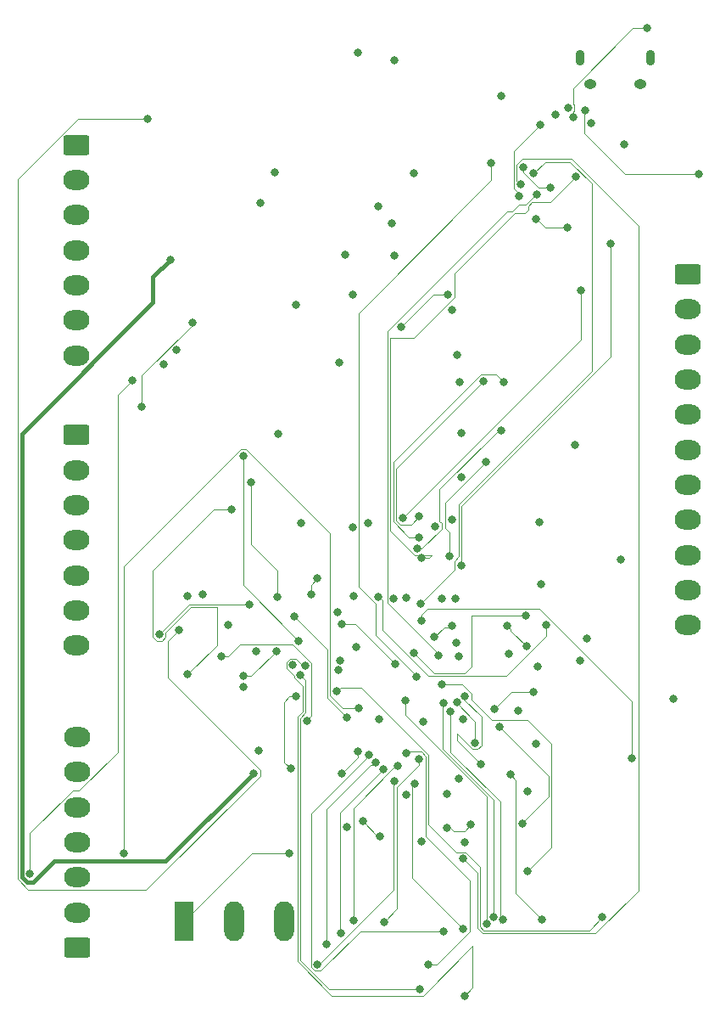
<source format=gbr>
%TF.GenerationSoftware,KiCad,Pcbnew,7.0.10*%
%TF.CreationDate,2024-02-23T13:31:41+03:00*%
%TF.ProjectId,Artorg_Board,4172746f-7267-45f4-926f-6172642e6b69,rev?*%
%TF.SameCoordinates,Original*%
%TF.FileFunction,Copper,L4,Bot*%
%TF.FilePolarity,Positive*%
%FSLAX46Y46*%
G04 Gerber Fmt 4.6, Leading zero omitted, Abs format (unit mm)*
G04 Created by KiCad (PCBNEW 7.0.10) date 2024-02-23 13:31:41*
%MOMM*%
%LPD*%
G01*
G04 APERTURE LIST*
G04 Aperture macros list*
%AMRoundRect*
0 Rectangle with rounded corners*
0 $1 Rounding radius*
0 $2 $3 $4 $5 $6 $7 $8 $9 X,Y pos of 4 corners*
0 Add a 4 corners polygon primitive as box body*
4,1,4,$2,$3,$4,$5,$6,$7,$8,$9,$2,$3,0*
0 Add four circle primitives for the rounded corners*
1,1,$1+$1,$2,$3*
1,1,$1+$1,$4,$5*
1,1,$1+$1,$6,$7*
1,1,$1+$1,$8,$9*
0 Add four rect primitives between the rounded corners*
20,1,$1+$1,$2,$3,$4,$5,0*
20,1,$1+$1,$4,$5,$6,$7,0*
20,1,$1+$1,$6,$7,$8,$9,0*
20,1,$1+$1,$8,$9,$2,$3,0*%
G04 Aperture macros list end*
%TA.AperFunction,ComponentPad*%
%ADD10R,1.980000X3.960000*%
%TD*%
%TA.AperFunction,ComponentPad*%
%ADD11O,1.980000X3.960000*%
%TD*%
%TA.AperFunction,ComponentPad*%
%ADD12RoundRect,0.250000X-1.050000X0.750000X-1.050000X-0.750000X1.050000X-0.750000X1.050000X0.750000X0*%
%TD*%
%TA.AperFunction,ComponentPad*%
%ADD13O,2.600000X2.000000*%
%TD*%
%TA.AperFunction,ComponentPad*%
%ADD14RoundRect,0.250000X1.050000X-0.750000X1.050000X0.750000X-1.050000X0.750000X-1.050000X-0.750000X0*%
%TD*%
%TA.AperFunction,ComponentPad*%
%ADD15O,0.890000X1.550000*%
%TD*%
%TA.AperFunction,ComponentPad*%
%ADD16O,1.250000X0.950000*%
%TD*%
%TA.AperFunction,ViaPad*%
%ADD17C,0.800000*%
%TD*%
%TA.AperFunction,Conductor*%
%ADD18C,0.100000*%
%TD*%
%TA.AperFunction,Conductor*%
%ADD19C,0.090000*%
%TD*%
%TA.AperFunction,Conductor*%
%ADD20C,0.400000*%
%TD*%
G04 APERTURE END LIST*
D10*
%TO.P,J6,1,Pin_1*%
%TO.N,Net-(J6-Pin_1)*%
X156528400Y-129296000D03*
D11*
%TO.P,J6,2,Pin_2*%
%TO.N,TACH0*%
X161528400Y-129296000D03*
%TO.P,J6,3,Pin_3*%
%TO.N,GND*%
X166528400Y-129296000D03*
%TD*%
D12*
%TO.P,J5,1,Pin_1*%
%TO.N,Net-(J5-Pin_1)*%
X145745200Y-80803200D03*
D13*
%TO.P,J5,2,Pin_2*%
%TO.N,Net-(J5-Pin_2)*%
X145745200Y-84303200D03*
%TO.P,J5,3,Pin_3*%
%TO.N,Net-(J5-Pin_3)*%
X145745200Y-87803200D03*
%TO.P,J5,4,Pin_4*%
%TO.N,Net-(J5-Pin_4)*%
X145745200Y-91303200D03*
%TO.P,J5,5,Pin_5*%
%TO.N,Net-(J5-Pin_5)*%
X145745200Y-94803200D03*
%TO.P,J5,6,Pin_6*%
%TO.N,VCC*%
X145745200Y-98303200D03*
%TO.P,J5,7,Pin_7*%
%TO.N,SHD_CS1*%
X145745200Y-101803200D03*
%TD*%
D12*
%TO.P,J4,1,Pin_1*%
%TO.N,Net-(J4-Pin_1)*%
X145796000Y-51882400D03*
D13*
%TO.P,J4,2,Pin_2*%
%TO.N,Net-(J4-Pin_2)*%
X145796000Y-55382400D03*
%TO.P,J4,3,Pin_3*%
%TO.N,Net-(J4-Pin_3)*%
X145796000Y-58882400D03*
%TO.P,J4,4,Pin_4*%
%TO.N,Net-(J4-Pin_4)*%
X145796000Y-62382400D03*
%TO.P,J4,5,Pin_5*%
%TO.N,Net-(J4-Pin_5)*%
X145796000Y-65882400D03*
%TO.P,J4,6,Pin_6*%
%TO.N,VCC*%
X145796000Y-69382400D03*
%TO.P,J4,7,Pin_7*%
%TO.N,Net-(IC1-GPIO123{slash}SHD_CS0#[BSS_STRAP])*%
X145796000Y-72882400D03*
%TD*%
D14*
%TO.P,J3,1,Pin_1*%
%TO.N,RST*%
X145821400Y-131921800D03*
D13*
%TO.P,J3,2,Pin_2*%
%TO.N,Net-(IC1-GPIO123{slash}SHD_CS0#[BSS_STRAP])*%
X145821400Y-128421800D03*
%TO.P,J3,3,Pin_3*%
%TO.N,Net-(J3-Pin_3)*%
X145821400Y-124921800D03*
%TO.P,J3,4,Pin_4*%
%TO.N,Net-(J3-Pin_4)*%
X145821400Y-121421800D03*
%TO.P,J3,5,Pin_5*%
%TO.N,Net-(J3-Pin_5)*%
X145821400Y-117921800D03*
%TO.P,J3,6,Pin_6*%
%TO.N,Net-(J3-Pin_6)*%
X145821400Y-114421800D03*
%TO.P,J3,7,Pin_7*%
%TO.N,Net-(J3-Pin_7)*%
X145821400Y-110921800D03*
%TD*%
D12*
%TO.P,J2,1,Pin_1*%
%TO.N,ADC_V0*%
X206781400Y-64771200D03*
D13*
%TO.P,J2,2,Pin_2*%
%TO.N,ADC_V1*%
X206781400Y-68271200D03*
%TO.P,J2,3,Pin_3*%
%TO.N,ADC0_3*%
X206781400Y-71771200D03*
%TO.P,J2,4,Pin_4*%
%TO.N,ADC_V3*%
X206781400Y-75271200D03*
%TO.P,J2,5,Pin_5*%
%TO.N,ADC_V4*%
X206781400Y-78771200D03*
%TO.P,J2,6,Pin_6*%
%TO.N,GP1O007*%
X206781400Y-82271200D03*
%TO.P,J2,7,Pin_7*%
X206781400Y-85771200D03*
%TO.P,J2,8,Pin_8*%
X206781400Y-89271200D03*
%TO.P,J2,9,Pin_9*%
X206781400Y-92771200D03*
%TO.P,J2,10,Pin_10*%
X206781400Y-96271200D03*
%TO.P,J2,11,Pin_11*%
X206781400Y-99771200D03*
%TD*%
D15*
%TO.P,J1,6,Shield*%
%TO.N,GND*%
X203077200Y-43154600D03*
D16*
X202077200Y-45854600D03*
D15*
X196077200Y-43154600D03*
D16*
X197077200Y-45854600D03*
%TD*%
D17*
%TO.N,Net-(IC1-GPIO104{slash}LED2)*%
X187467400Y-108153200D03*
X191414400Y-106476800D03*
%TO.N,Net-(J6-Pin_1)*%
X182727600Y-120007209D03*
X176072800Y-120802400D03*
%TO.N,Net-(IC1-GPIO157{slash}LED0{slash}TST_CLK_OUT)*%
X169189400Y-96697800D03*
X169849800Y-95072200D03*
%TO.N,Net-(J6-Pin_1)*%
X174371000Y-119329200D03*
X166979600Y-122529600D03*
X185166000Y-119659400D03*
%TO.N,Net-(IC1-GPIO144{slash}KSI1{slash}DCD#)*%
X193114900Y-56134000D03*
%TO.N,Net-(IC1-GPIO143{slash}KSI0{slash}DTR#)*%
X191693800Y-59309000D03*
%TO.N,Net-(IC1-GPIO144{slash}KSI1{slash}DCD#)*%
X186664600Y-83489800D03*
X183046216Y-92901616D03*
%TO.N,GND*%
X179451000Y-54686200D03*
%TO.N,Net-(R17-Pad2)*%
X157327600Y-69570600D03*
X152323800Y-78003400D03*
%TO.N,Net-(R13-Pad2)*%
X161264600Y-88265000D03*
X156895800Y-104698800D03*
%TO.N,Net-(R14-Pad2)*%
X152908000Y-49250600D03*
X156006800Y-100228400D03*
%TO.N,Net-(R16-Pad2)*%
X155168600Y-63322200D03*
X163474400Y-114528600D03*
%TO.N,Net-(IC1-GPIO150{slash}KSI5{slash}RI#)*%
X189966600Y-56997600D03*
X192062800Y-49915800D03*
%TO.N,Net-(IC1-GPIO143{slash}KSI0{slash}DTR#)*%
X194767200Y-60121800D03*
X199085200Y-61722000D03*
X184188200Y-93853000D03*
%TO.N,Net-(IC1-GPIO123{slash}SHD_CS0#[BSS_STRAP])*%
X141147800Y-124587000D03*
X151358600Y-75361800D03*
%TO.N,RX*%
X179730400Y-104876600D03*
X187198000Y-53695600D03*
%TO.N,GP1O007*%
X172237400Y-99669600D03*
X177596800Y-103632000D03*
X181533800Y-100939600D03*
X183248400Y-99809200D03*
%TO.N,GND*%
X183667400Y-101498400D03*
%TO.N,Net-(IC1-GPIO144{slash}KSI1{slash}DCD#)*%
X195338390Y-49110590D03*
X202717400Y-40259000D03*
%TO.N,Net-(D5-K)*%
X196570600Y-48437800D03*
X207949800Y-54787800D03*
%TO.N,SHD_CS1*%
X154051000Y-100711000D03*
X163042600Y-97713800D03*
X167487600Y-98882200D03*
X172745400Y-108966000D03*
%TO.N,RST*%
X173964600Y-108026200D03*
X150520400Y-122529600D03*
%TO.N,5V_USB*%
X190093000Y-55801945D03*
X184342731Y-123048069D03*
%TO.N,GPIO003*%
X180187600Y-99339400D03*
X201218800Y-113080800D03*
%TO.N,GPIO004*%
X175895000Y-96951800D03*
X192684400Y-99771200D03*
%TO.N,GPIO036*%
X179501800Y-102539800D03*
X190677800Y-98780600D03*
%TO.N,GPIO131*%
X188758804Y-99869258D03*
X190703200Y-101904800D03*
%TO.N,GPIO165*%
X171768751Y-106364467D03*
X198272400Y-128905000D03*
%TO.N,Net-(IC1-GPIO123{slash}SHD_CS0#[BSS_STRAP])*%
X167721000Y-106883200D03*
X167187600Y-114096800D03*
%TO.N,VCC*%
X163982400Y-112242600D03*
%TO.N,Net-(IC1-GPIO126{slash}SHD_SCLK)*%
X160248600Y-102844600D03*
X168767600Y-109309200D03*
%TO.N,GPIO166*%
X182295800Y-105664000D03*
X190830200Y-124333000D03*
%TO.N,TACH0*%
X173916220Y-112392580D03*
X172289316Y-114555116D03*
%TO.N,Net-(IC1-VR_CAP)*%
X162427269Y-104859463D03*
X165709600Y-102336600D03*
%TO.N,GPIO20*%
X168603027Y-103828121D03*
X184505600Y-136712800D03*
%TO.N,GPIO21*%
X168134975Y-104711825D03*
X180086000Y-136067800D03*
%TO.N,GPIO105*%
X190306800Y-119557800D03*
X188010800Y-109905800D03*
%TO.N,GPIO106*%
X192278000Y-129108200D03*
X189091415Y-114692585D03*
%TO.N,GPIO110*%
X184554158Y-106868732D03*
X186131200Y-113614200D03*
%TO.N,GPIO111*%
X183749232Y-107462112D03*
X185572400Y-111480600D03*
%TO.N,GPIO112*%
X183083200Y-108356400D03*
X188391800Y-129159000D03*
%TO.N,GPIO113*%
X182459232Y-107512314D03*
X187416382Y-128843980D03*
%TO.N,GPIO114*%
X178587400Y-107264200D03*
X186705248Y-129555237D03*
%TO.N,GPIO167*%
X178694400Y-112496600D03*
X180898800Y-133604000D03*
%TO.N,GPIO026*%
X179527200Y-115570000D03*
X184370537Y-130051830D03*
%TO.N,GPIO061*%
X179984400Y-113106200D03*
X176474150Y-129372763D03*
%TO.N,SPI_2*%
X174976385Y-112745782D03*
X182448200Y-130276600D03*
%TO.N,PWM3*%
X177816800Y-113817400D03*
X173431601Y-129234798D03*
%TO.N,PWM2*%
X177520902Y-115290298D03*
X169849800Y-133604000D03*
%TO.N,PWM0*%
X175683494Y-113452890D03*
X170764200Y-131572000D03*
%TO.N,PWM1*%
X176390602Y-114159998D03*
X172212000Y-130454400D03*
%TO.N,TX*%
X181889400Y-102768400D03*
X191714900Y-56817568D03*
%TO.N,Net-(IC1-GPIO144{slash}KSI1{slash}DCD#)*%
X190402284Y-54095884D03*
%TO.N,Net-(IC1-GPIO151{slash}KSI6{slash}RTS#)*%
X191439800Y-54711600D03*
X180111400Y-97612200D03*
%TO.N,Net-(IC1-GPIO152{slash}KSI7{slash}CTS#)*%
X195598400Y-55045296D03*
X180221800Y-93075352D03*
%TO.N,ADC4*%
X188214000Y-80377800D03*
X179821800Y-92151200D03*
%TO.N,ADC3*%
X188417200Y-75539600D03*
X179959000Y-91008200D03*
%TO.N,ADC2*%
X186385200Y-75463400D03*
X180009800Y-88900000D03*
%TO.N,ADC1*%
X196138800Y-66421000D03*
X178358800Y-89077800D03*
%TO.N,ADC0*%
X182880000Y-66827400D03*
X178206400Y-70002400D03*
%TO.N,PVT_0*%
X162433000Y-82880200D03*
X167944800Y-101320600D03*
%TO.N,PVT_1*%
X163169600Y-85547200D03*
X165811200Y-96926400D03*
%TO.N,VCC*%
X171944930Y-104258018D03*
%TO.N,GND*%
X167716200Y-67868800D03*
%TO.N,VCC*%
X173380400Y-66827400D03*
X188950600Y-102666800D03*
X196062600Y-103327200D03*
X192125600Y-95656400D03*
X183972200Y-102895400D03*
X171881800Y-98450400D03*
%TO.N,GND*%
X172135800Y-103276400D03*
%TO.N,VCC*%
X181584600Y-89890600D03*
%TO.N,GND*%
X183642000Y-97129600D03*
%TO.N,VCC*%
X182270400Y-97155000D03*
%TO.N,GND*%
X183286400Y-89230200D03*
%TO.N,VCC*%
X174853600Y-89611200D03*
%TO.N,GND*%
X178714400Y-97028000D03*
X177469800Y-97104200D03*
X173456600Y-96875600D03*
%TO.N,VCC*%
X173685200Y-101955600D03*
X156870400Y-96875600D03*
X163728400Y-102336600D03*
X160909000Y-99745800D03*
X184404000Y-109118400D03*
X189915800Y-108305600D03*
X175971200Y-109143800D03*
X180390800Y-109372400D03*
X182759300Y-116611400D03*
X178689000Y-116662200D03*
X194843400Y-48183800D03*
%TO.N,GND*%
X193610469Y-48858610D03*
%TO.N,VCC*%
X188214000Y-46990000D03*
X177292000Y-59740800D03*
X172567600Y-62839600D03*
X165582600Y-54610000D03*
X164109400Y-57708800D03*
%TO.N,GND*%
X200456800Y-51866800D03*
X154446125Y-73749585D03*
X155778200Y-72288400D03*
X168173400Y-89585800D03*
X173329600Y-90043000D03*
X191795400Y-103886000D03*
X183286400Y-68376800D03*
X183743600Y-72847200D03*
X183997600Y-75539600D03*
X184200800Y-80645000D03*
X184188200Y-84988400D03*
X173913800Y-42672000D03*
X177546000Y-43434000D03*
X197129400Y-49707800D03*
X177520600Y-62890400D03*
X175945800Y-58039000D03*
X195529200Y-81788000D03*
X200126600Y-93243400D03*
X192024000Y-89509600D03*
X196773800Y-101066600D03*
X205333600Y-107137200D03*
X191617600Y-111633000D03*
X190779400Y-116382800D03*
X183946800Y-115062000D03*
X172745400Y-119862600D03*
X184556400Y-121437400D03*
X180187600Y-121310400D03*
X158394400Y-96697800D03*
X162483800Y-105968800D03*
X167386000Y-103759000D03*
X165912800Y-80721200D03*
X172008800Y-73558400D03*
%TD*%
D18*
%TO.N,Net-(IC1-GPIO104{slash}LED2)*%
X187502800Y-108153200D02*
X187467400Y-108153200D01*
X189179200Y-106476800D02*
X187502800Y-108153200D01*
X191414400Y-106476800D02*
X189179200Y-106476800D01*
D19*
%TO.N,GPIO166*%
X184261594Y-105664000D02*
X182295800Y-105664000D01*
X185199158Y-107170358D02*
X185199158Y-106601564D01*
X190845000Y-109234800D02*
X187263600Y-109234800D01*
X193213000Y-111602800D02*
X190845000Y-109234800D01*
X185199158Y-106601564D02*
X184261594Y-105664000D01*
X193213000Y-121950200D02*
X193213000Y-111602800D01*
X190830200Y-124333000D02*
X193213000Y-121950200D01*
X187263600Y-109234800D02*
X185199158Y-107170358D01*
D18*
%TO.N,Net-(J6-Pin_1)*%
X183057800Y-119938800D02*
X182727600Y-119938800D01*
X183413400Y-120294400D02*
X183057800Y-119938800D01*
X184531000Y-120294400D02*
X183413400Y-120294400D01*
X185166000Y-119659400D02*
X184531000Y-120294400D01*
X182727600Y-119938800D02*
X182727600Y-120007209D01*
D19*
%TO.N,GPIO165*%
X172139018Y-105994200D02*
X171768751Y-106364467D01*
X174194690Y-105994200D02*
X172139018Y-105994200D01*
X180919400Y-112718910D02*
X174194690Y-105994200D01*
X180919400Y-119629200D02*
X180919400Y-112718910D01*
X186060248Y-123853418D02*
X184609899Y-122403069D01*
X183693269Y-122403069D02*
X180919400Y-119629200D01*
X186060248Y-129822405D02*
X186060248Y-123853418D01*
X186438080Y-130200237D02*
X186060248Y-129822405D01*
X196977163Y-130200237D02*
X186438080Y-130200237D01*
X198272400Y-128905000D02*
X196977163Y-130200237D01*
X184609899Y-122403069D02*
X183693269Y-122403069D01*
D18*
%TO.N,Net-(J6-Pin_1)*%
X175844200Y-120802400D02*
X176072800Y-120802400D01*
X174371000Y-119329200D02*
X175844200Y-120802400D01*
D19*
%TO.N,PWM2*%
X177393600Y-126184968D02*
X177393600Y-115417600D01*
D18*
%TO.N,Net-(IC1-GPIO157{slash}LED0{slash}TST_CLK_OUT)*%
X169189400Y-95732600D02*
X169849800Y-95072200D01*
X169189400Y-96697800D02*
X169189400Y-95732600D01*
%TO.N,PVT_1*%
X165811200Y-96926400D02*
X165811200Y-94361000D01*
X163169600Y-91719400D02*
X163169600Y-85547200D01*
X165811200Y-94361000D02*
X163169600Y-91719400D01*
D19*
%TO.N,GPIO061*%
X177788070Y-115935298D02*
X179984400Y-113738968D01*
D18*
%TO.N,Net-(J6-Pin_1)*%
X163294800Y-122529600D02*
X166979600Y-122529600D01*
X156528400Y-129296000D02*
X163294800Y-122529600D01*
%TO.N,Net-(IC1-GPIO144{slash}KSI1{slash}DCD#)*%
X191922400Y-56134000D02*
X193114900Y-56134000D01*
X190402284Y-54613884D02*
X191922400Y-56134000D01*
X190402284Y-54586252D02*
X190402284Y-54613884D01*
D19*
%TO.N,Net-(IC1-GPIO143{slash}KSI0{slash}DTR#)*%
X192582800Y-60121800D02*
X191770000Y-59309000D01*
X191770000Y-59309000D02*
X191693800Y-59309000D01*
D18*
%TO.N,Net-(IC1-GPIO144{slash}KSI1{slash}DCD#)*%
X183046216Y-90544255D02*
X182636400Y-90134439D01*
X183046216Y-92901616D02*
X183046216Y-90544255D01*
X182636400Y-90134439D02*
X182636400Y-87518000D01*
X182636400Y-87518000D02*
X186664600Y-83489800D01*
%TO.N,ADC4*%
X188214000Y-80416400D02*
X188214000Y-80377800D01*
X187833000Y-80416400D02*
X188214000Y-80416400D01*
X182016400Y-86233000D02*
X187833000Y-80416400D01*
X182016400Y-89403161D02*
X182016400Y-86233000D01*
X180243239Y-92151200D02*
X182234600Y-90159839D01*
X182234600Y-90159839D02*
X182234600Y-89621361D01*
X182234600Y-89621361D02*
X182016400Y-89403161D01*
X179821800Y-92151200D02*
X180243239Y-92151200D01*
D19*
%TO.N,Net-(R17-Pad2)*%
X152323800Y-74830632D02*
X152323800Y-78003400D01*
X157327600Y-69570600D02*
X157327600Y-69826832D01*
X157327600Y-69826832D02*
X152323800Y-74830632D01*
%TO.N,Net-(R13-Pad2)*%
X159461200Y-88265000D02*
X161264600Y-88265000D01*
X153406000Y-94320200D02*
X159461200Y-88265000D01*
X153406000Y-100978168D02*
X153406000Y-94320200D01*
X153783832Y-101356000D02*
X153406000Y-100978168D01*
X154696000Y-100476122D02*
X154696000Y-100978168D01*
X154696000Y-100978168D02*
X154318168Y-101356000D01*
X154318168Y-101356000D02*
X153783832Y-101356000D01*
X157168322Y-98003800D02*
X154696000Y-100476122D01*
X159842200Y-98003800D02*
X157168322Y-98003800D01*
X156895800Y-104698800D02*
X159842200Y-101752400D01*
X159842200Y-101752400D02*
X159842200Y-98003800D01*
%TO.N,Net-(R14-Pad2)*%
X145920836Y-49250600D02*
X152908000Y-49250600D01*
X139902800Y-55268636D02*
X145920836Y-49250600D01*
X140966904Y-126166800D02*
X139902800Y-125102696D01*
X152748368Y-126166800D02*
X140966904Y-126166800D01*
X139902800Y-125102696D02*
X139902800Y-55268636D01*
X164119400Y-114795768D02*
X152748368Y-126166800D01*
X164119400Y-114261432D02*
X164119400Y-114795768D01*
X154879200Y-105021232D02*
X164119400Y-114261432D01*
X154879200Y-101356000D02*
X154879200Y-105021232D01*
X156006800Y-100228400D02*
X154879200Y-101356000D01*
D20*
%TO.N,Net-(R16-Pad2)*%
X154673400Y-123329600D02*
X163474400Y-114528600D01*
X143536571Y-123329600D02*
X154673400Y-123329600D01*
X141479171Y-125387000D02*
X143536571Y-123329600D01*
X140816429Y-125387000D02*
X141479171Y-125387000D01*
X140347800Y-124918371D02*
X140816429Y-125387000D01*
X153416000Y-67614800D02*
X140347800Y-80683000D01*
X153416000Y-65074800D02*
X153416000Y-67614800D01*
X155168600Y-63322200D02*
X153416000Y-65074800D01*
X140347800Y-80683000D02*
X140347800Y-124918371D01*
D19*
%TO.N,Net-(IC1-GPIO150{slash}KSI5{slash}RI#)*%
X189966600Y-56769000D02*
X189966600Y-56997600D01*
X189890400Y-56692800D02*
X189966600Y-56769000D01*
%TO.N,TX*%
X191638342Y-56817568D02*
X191714900Y-56817568D01*
X190602585Y-57853325D02*
X191638342Y-56817568D01*
X189321000Y-58528478D02*
X189996153Y-57853325D01*
X188768154Y-58528478D02*
X189321000Y-58528478D01*
X176813400Y-70483232D02*
X188768154Y-58528478D01*
X181889400Y-102590600D02*
X176813400Y-97514600D01*
X189996153Y-57853325D02*
X190602585Y-57853325D01*
X181889400Y-102768400D02*
X181889400Y-102590600D01*
X176813400Y-97514600D02*
X176813400Y-70483232D01*
%TO.N,Net-(IC1-GPIO152{slash}KSI7{slash}CTS#)*%
X195598400Y-55048800D02*
X195598400Y-55045296D01*
X193051585Y-57595615D02*
X195598400Y-55048800D01*
X191270417Y-57595615D02*
X193051585Y-57595615D01*
X190892585Y-57973447D02*
X191270417Y-57595615D01*
X190892585Y-58357615D02*
X190892585Y-57973447D01*
X190550800Y-58699400D02*
X190892585Y-58357615D01*
X189560200Y-58699400D02*
X190550800Y-58699400D01*
X183525000Y-64734600D02*
X189560200Y-58699400D01*
X183525000Y-67094568D02*
X183525000Y-64734600D01*
X177103400Y-90344968D02*
X177103400Y-71156200D01*
X179554632Y-92796200D02*
X177103400Y-90344968D01*
X181267568Y-92796200D02*
X179554632Y-92796200D01*
X179463368Y-71156200D02*
X183525000Y-67094568D01*
X180988416Y-93075352D02*
X181267568Y-92796200D01*
X180221800Y-93075352D02*
X180988416Y-93075352D01*
X177103400Y-71156200D02*
X179463368Y-71156200D01*
%TO.N,5V_USB*%
X185770248Y-124475586D02*
X184342731Y-123048069D01*
X185770248Y-129942527D02*
X185770248Y-124475586D01*
X186317958Y-130490237D02*
X185770248Y-129942527D01*
X197599331Y-130490237D02*
X186317958Y-130490237D01*
X201863800Y-126225768D02*
X197599331Y-130490237D01*
X201863800Y-59988406D02*
X201863800Y-126225768D01*
X195179394Y-53304000D02*
X201863800Y-59988406D01*
X190093000Y-55801945D02*
X189738000Y-55446945D01*
X189738000Y-53848000D02*
X190282000Y-53304000D01*
X189738000Y-55446945D02*
X189738000Y-53848000D01*
X190282000Y-53304000D02*
X195179394Y-53304000D01*
%TO.N,Net-(IC1-GPIO150{slash}KSI5{slash}RI#)*%
X189448000Y-56250400D02*
X189890400Y-56692800D01*
X189448000Y-52530600D02*
X189448000Y-56250400D01*
X192062800Y-49915800D02*
X189448000Y-52530600D01*
%TO.N,Net-(IC1-GPIO143{slash}KSI0{slash}DTR#)*%
X194767200Y-60121800D02*
X192582800Y-60121800D01*
X199085200Y-73007722D02*
X199085200Y-61722000D01*
X184221400Y-93819800D02*
X184221400Y-87871522D01*
X184221400Y-87871522D02*
X199085200Y-73007722D01*
X184188200Y-93853000D02*
X184221400Y-93819800D01*
%TO.N,Net-(IC1-GPIO151{slash}KSI6{slash}RTS#)*%
X192557400Y-53594000D02*
X191439800Y-54711600D01*
X195059272Y-53594000D02*
X192557400Y-53594000D01*
X197231000Y-55765728D02*
X195059272Y-53594000D01*
X183931400Y-87751400D02*
X197231000Y-74451800D01*
X197231000Y-74451800D02*
X197231000Y-55765728D01*
X183489600Y-93370400D02*
X183931400Y-92928600D01*
X183931400Y-92928600D02*
X183931400Y-87751400D01*
X180111400Y-97612200D02*
X183489600Y-94234000D01*
X183489600Y-94234000D02*
X183489600Y-93370400D01*
%TO.N,RX*%
X179730400Y-104851200D02*
X179730400Y-104876600D01*
X175668632Y-100789432D02*
X179730400Y-104851200D01*
X175668632Y-97637600D02*
X175668632Y-100789432D01*
X173974600Y-95943568D02*
X175668632Y-97637600D01*
X173974600Y-68646200D02*
X173974600Y-95943568D01*
X187198000Y-55422800D02*
X173974600Y-68646200D01*
X187198000Y-53695600D02*
X187198000Y-55422800D01*
%TO.N,Net-(IC1-GPIO123{slash}SHD_CS0#[BSS_STRAP])*%
X145401304Y-116281200D02*
X141147800Y-120534704D01*
X146022696Y-116281200D02*
X145401304Y-116281200D01*
X141147800Y-120534704D02*
X141147800Y-124587000D01*
X149875400Y-112428496D02*
X146022696Y-116281200D01*
X149875400Y-76845000D02*
X149875400Y-112428496D01*
X151358600Y-75361800D02*
X149875400Y-76845000D01*
%TO.N,GPIO131*%
X189103000Y-100213454D02*
X189103000Y-100304600D01*
X189103000Y-100304600D02*
X190703200Y-101904800D01*
X188758804Y-99869258D02*
X189103000Y-100213454D01*
%TO.N,GP1O007*%
X173634400Y-99669600D02*
X172237400Y-99669600D01*
X177596800Y-103632000D02*
X173634400Y-99669600D01*
X182489000Y-99984400D02*
X181533800Y-100939600D01*
X183073200Y-99984400D02*
X182489000Y-99984400D01*
X183248400Y-99809200D02*
X183073200Y-99984400D01*
%TO.N,Net-(IC1-GPIO144{slash}KSI1{slash}DCD#)*%
X201297911Y-40259000D02*
X202717400Y-40259000D01*
X195338390Y-46218521D02*
X201297911Y-40259000D01*
X195338390Y-47766622D02*
X195338390Y-46218521D01*
X195488400Y-48450968D02*
X195488400Y-47916632D01*
X195338390Y-49110590D02*
X195338390Y-48600978D01*
X195338390Y-48600978D02*
X195488400Y-48450968D01*
X195488400Y-47916632D02*
X195338390Y-47766622D01*
%TO.N,Net-(D5-K)*%
X196484400Y-50739200D02*
X200533000Y-54787800D01*
X196484400Y-48524000D02*
X196484400Y-50739200D01*
X196570600Y-48437800D02*
X196484400Y-48524000D01*
X200533000Y-54787800D02*
X207949800Y-54787800D01*
%TO.N,SHD_CS1*%
X157048200Y-97713800D02*
X154051000Y-100711000D01*
X163042600Y-97713800D02*
X157048200Y-97713800D01*
X170804400Y-102199000D02*
X167487600Y-98882200D01*
X170804400Y-107025000D02*
X170804400Y-102199000D01*
X172745400Y-108966000D02*
X170804400Y-107025000D01*
%TO.N,RST*%
X171094400Y-90629432D02*
X171094400Y-106807000D01*
X162700168Y-82235200D02*
X171094400Y-90629432D01*
X171094400Y-106807000D02*
X172313600Y-108026200D01*
X172313600Y-108026200D02*
X173964600Y-108026200D01*
X150520400Y-93880632D02*
X162165832Y-82235200D01*
X162165832Y-82235200D02*
X162700168Y-82235200D01*
X150520400Y-122529600D02*
X150520400Y-93880632D01*
%TO.N,GPIO003*%
X180187600Y-98745200D02*
X180797200Y-98135600D01*
X180187600Y-99339400D02*
X180187600Y-98745200D01*
X191960968Y-98135600D02*
X180797200Y-98135600D01*
X201218800Y-107393432D02*
X191960968Y-98135600D01*
X201218800Y-113080800D02*
X201218800Y-107393432D01*
%TO.N,GPIO004*%
X175996600Y-96951800D02*
X176301400Y-97256600D01*
X175895000Y-96951800D02*
X175996600Y-96951800D01*
X176301400Y-100251568D02*
X176301400Y-97256600D01*
X192684400Y-100835768D02*
X188683768Y-104836400D01*
X180886232Y-104836400D02*
X176301400Y-100251568D01*
X188683768Y-104836400D02*
X180886232Y-104836400D01*
X192684400Y-99771200D02*
X192684400Y-100835768D01*
%TO.N,GPIO036*%
X181508400Y-104546400D02*
X179501800Y-102539800D01*
X184512978Y-104546400D02*
X181508400Y-104546400D01*
X185191400Y-103867978D02*
X184512978Y-104546400D01*
X185191400Y-98780600D02*
X185191400Y-103867978D01*
X190677800Y-98780600D02*
X185191400Y-98780600D01*
%TO.N,Net-(IC1-GPIO123{slash}SHD_CS0#[BSS_STRAP])*%
X167055800Y-106883200D02*
X166522400Y-107416600D01*
X167721000Y-106883200D02*
X167055800Y-106883200D01*
%TO.N,GPIO20*%
X168478200Y-103952948D02*
X168603027Y-103828121D01*
X168478200Y-103939032D02*
X168478200Y-103952948D01*
X167653168Y-103114000D02*
X168478200Y-103939032D01*
X167118832Y-103114000D02*
X167653168Y-103114000D01*
X166741000Y-103491832D02*
X167118832Y-103114000D01*
X166741000Y-104079200D02*
X166741000Y-103491832D01*
X167489975Y-104828175D02*
X166741000Y-104079200D01*
X167489975Y-104978993D02*
X167489975Y-104828175D01*
X168366000Y-105855018D02*
X167489975Y-104978993D01*
X167832600Y-108921910D02*
X168366000Y-108388510D01*
X167832600Y-133319212D02*
X167832600Y-108921910D01*
X171226188Y-136712800D02*
X167832600Y-133319212D01*
X185305537Y-135912863D02*
X185305537Y-131760431D01*
X185305537Y-131760431D02*
X180353168Y-136712800D01*
X180353168Y-136712800D02*
X171226188Y-136712800D01*
X168366000Y-108388510D02*
X168366000Y-105855018D01*
X184505600Y-136712800D02*
X185305537Y-135912863D01*
%TO.N,GPIO21*%
X168656000Y-105232850D02*
X168134975Y-104711825D01*
X168122600Y-133199090D02*
X168122600Y-109042032D01*
X168656000Y-108508632D02*
X168656000Y-105232850D01*
X170991310Y-136067800D02*
X168122600Y-133199090D01*
X168122600Y-109042032D02*
X168656000Y-108508632D01*
X180086000Y-136067800D02*
X170991310Y-136067800D01*
%TO.N,Net-(IC1-GPIO123{slash}SHD_CS0#[BSS_STRAP])*%
X166522400Y-113431600D02*
X166522400Y-107416600D01*
X167187600Y-114096800D02*
X166522400Y-113431600D01*
%TO.N,Net-(IC1-GPIO126{slash}SHD_SCLK)*%
X160934400Y-102844600D02*
X160248600Y-102844600D01*
X162087400Y-101691600D02*
X160934400Y-102844600D01*
X167378674Y-101691600D02*
X162087400Y-101691600D01*
X169248027Y-103560953D02*
X167378674Y-101691600D01*
X169248027Y-108828773D02*
X169248027Y-103560953D01*
X168767600Y-109309200D02*
X169248027Y-108828773D01*
%TO.N,TACH0*%
X173863000Y-112445800D02*
X173916220Y-112392580D01*
X173863000Y-112981432D02*
X173863000Y-112445800D01*
X172289316Y-114555116D02*
X173863000Y-112981432D01*
%TO.N,Net-(IC1-VR_CAP)*%
X162433000Y-104853732D02*
X162427269Y-104859463D01*
X162433000Y-104825800D02*
X162433000Y-104853732D01*
X163220400Y-104825800D02*
X162433000Y-104825800D01*
X165709600Y-102336600D02*
X163220400Y-104825800D01*
%TO.N,GPIO105*%
X190246000Y-119557800D02*
X190306800Y-119557800D01*
X192923000Y-116880800D02*
X190246000Y-119557800D01*
X192923000Y-114818000D02*
X192923000Y-116880800D01*
X188010800Y-109905800D02*
X192923000Y-114818000D01*
%TO.N,GPIO106*%
X189661800Y-126492000D02*
X192278000Y-129108200D01*
X189661800Y-115262970D02*
X189661800Y-126492000D01*
X189091415Y-114692585D02*
X189661800Y-115262970D01*
%TO.N,GPIO110*%
X184494668Y-106868732D02*
X184554158Y-106868732D01*
X186217400Y-108925200D02*
X184327800Y-107035600D01*
X184327800Y-107035600D02*
X184494668Y-106868732D01*
X186217400Y-111747768D02*
X186217400Y-108925200D01*
X185839568Y-112125600D02*
X186217400Y-111747768D01*
X185305232Y-112125600D02*
X185839568Y-112125600D01*
X183759000Y-110579368D02*
X185305232Y-112125600D01*
X183759000Y-111242000D02*
X183759000Y-110579368D01*
X186131200Y-113614200D02*
X183759000Y-111242000D01*
%TO.N,GPIO111*%
X183678320Y-107391200D02*
X183749232Y-107462112D01*
X185572400Y-111480600D02*
X185572400Y-109374632D01*
X183588968Y-107391200D02*
X183678320Y-107391200D01*
X185572400Y-109374632D02*
X183588968Y-107391200D01*
%TO.N,GPIO112*%
X183083200Y-112412956D02*
X183083200Y-108356400D01*
X188061382Y-117391138D02*
X183083200Y-112412956D01*
X188061382Y-129489418D02*
X188061382Y-117391138D01*
X188391800Y-129159000D02*
X188061382Y-129489418D01*
%TO.N,GPIO113*%
X182346600Y-107416600D02*
X182363518Y-107416600D01*
X182346600Y-112086478D02*
X182346600Y-107416600D01*
X182363518Y-107416600D02*
X182459232Y-107512314D01*
X187416382Y-117156260D02*
X182346600Y-112086478D01*
X187416382Y-128843980D02*
X187416382Y-117156260D01*
%TO.N,GPIO114*%
X178587400Y-108737400D02*
X178587400Y-107264200D01*
X186705248Y-116855248D02*
X178587400Y-108737400D01*
X186705248Y-129555237D02*
X186705248Y-116855248D01*
%TO.N,GPIO167*%
X178796000Y-112395000D02*
X178694400Y-112496600D01*
X180629400Y-112839032D02*
X180185368Y-112395000D01*
X180629400Y-120840032D02*
X180629400Y-112839032D01*
X179070000Y-112395000D02*
X178796000Y-112395000D01*
X185015537Y-125226169D02*
X180629400Y-120840032D01*
X185015537Y-130318998D02*
X185015537Y-125226169D01*
X181730535Y-133604000D02*
X185015537Y-130318998D01*
X180898800Y-133604000D02*
X181730535Y-133604000D01*
X180185368Y-112395000D02*
X179070000Y-112395000D01*
%TO.N,GPIO026*%
X179334000Y-115763200D02*
X179527200Y-115570000D01*
X179334000Y-125015293D02*
X179334000Y-115763200D01*
X184370537Y-130051830D02*
X179334000Y-125015293D01*
%TO.N,GPIO061*%
X179984400Y-113738968D02*
X179984400Y-113106200D01*
X177788070Y-128058843D02*
X177788070Y-115935298D01*
X176474150Y-129372763D02*
X177788070Y-128058843D01*
%TO.N,SPI_2*%
X174976385Y-112780215D02*
X174976385Y-112745782D01*
X169204800Y-118551800D02*
X174976385Y-112780215D01*
X169204800Y-133871168D02*
X169204800Y-118551800D01*
X169582632Y-134249000D02*
X169204800Y-133871168D01*
X170116968Y-134249000D02*
X169582632Y-134249000D01*
X174089368Y-130276600D02*
X170116968Y-134249000D01*
X182448200Y-130276600D02*
X174089368Y-130276600D01*
%TO.N,PWM3*%
X177546000Y-113916768D02*
X177546000Y-113817400D01*
X173431601Y-118031167D02*
X177546000Y-113916768D01*
X177546000Y-113817400D02*
X177816800Y-113817400D01*
X173431601Y-129234798D02*
X173431601Y-118031167D01*
%TO.N,PWM2*%
X177393600Y-115417600D02*
X177520902Y-115290298D01*
X169974568Y-133604000D02*
X177393600Y-126184968D01*
X169849800Y-133604000D02*
X169974568Y-133604000D01*
%TO.N,PWM0*%
X175564800Y-113741200D02*
X175564800Y-113571584D01*
X175564800Y-113571584D02*
X175683494Y-113452890D01*
X175109832Y-113741200D02*
X175564800Y-113741200D01*
X170764200Y-118086832D02*
X175109832Y-113741200D01*
X170764200Y-131572000D02*
X170764200Y-118086832D01*
%TO.N,PWM1*%
X172100400Y-118450200D02*
X176390602Y-114159998D01*
X172100400Y-130342800D02*
X172100400Y-118450200D01*
X172212000Y-130454400D02*
X172100400Y-130342800D01*
%TO.N,Net-(IC1-GPIO144{slash}KSI1{slash}DCD#)*%
X190402284Y-54095884D02*
X190402284Y-54586252D01*
D18*
%TO.N,ADC3*%
X186115961Y-74813400D02*
X187691000Y-74813400D01*
X177398400Y-83530961D02*
X186115961Y-74813400D01*
X187691000Y-74813400D02*
X188417200Y-75539600D01*
X177398400Y-89460903D02*
X177398400Y-83530961D01*
X178945697Y-91008200D02*
X177398400Y-89460903D01*
X179959000Y-91008200D02*
X178945697Y-91008200D01*
%TO.N,ADC2*%
X177698400Y-84150200D02*
X186385200Y-75463400D01*
X177698400Y-89336639D02*
X177698400Y-84150200D01*
X178089561Y-89727800D02*
X177698400Y-89336639D01*
X179182000Y-89727800D02*
X178089561Y-89727800D01*
X180009800Y-88900000D02*
X179182000Y-89727800D01*
%TO.N,ADC1*%
X196138800Y-71297800D02*
X196138800Y-66421000D01*
X178358800Y-89077800D02*
X196138800Y-71297800D01*
%TO.N,ADC0*%
X181381400Y-66827400D02*
X182880000Y-66827400D01*
X178206400Y-70002400D02*
X181381400Y-66827400D01*
%TO.N,PVT_0*%
X162433000Y-95808800D02*
X162433000Y-82880200D01*
X167944800Y-101320600D02*
X162433000Y-95808800D01*
%TD*%
M02*

</source>
